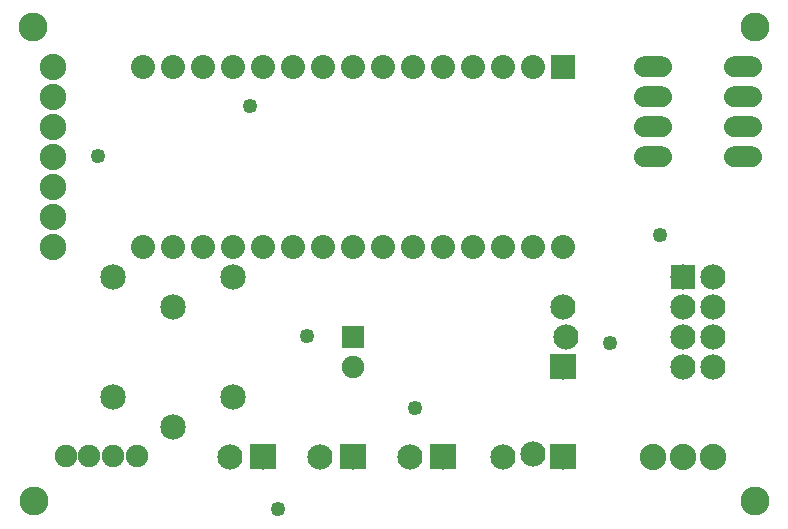
<source format=gbs>
G04 MADE WITH FRITZING*
G04 WWW.FRITZING.ORG*
G04 DOUBLE SIDED*
G04 HOLES PLATED*
G04 CONTOUR ON CENTER OF CONTOUR VECTOR*
%ASAXBY*%
%FSLAX23Y23*%
%MOIN*%
%OFA0B0*%
%SFA1.0B1.0*%
%ADD10C,0.096614*%
%ADD11C,0.085000*%
%ADD12C,0.049370*%
%ADD13C,0.084000*%
%ADD14C,0.075000*%
%ADD15C,0.068189*%
%ADD16C,0.088000*%
%ADD17C,0.080000*%
%ADD18R,0.084000X0.084000*%
%ADD19R,0.080000X0.079972*%
%ADD20R,0.001000X0.001000*%
%LNMASK0*%
G90*
G70*
G54D10*
X74Y1658D03*
X76Y75D03*
X2479Y1658D03*
X2480Y75D03*
G54D11*
X740Y824D03*
X740Y424D03*
X540Y724D03*
X540Y324D03*
X340Y824D03*
X340Y424D03*
G54D12*
X291Y1226D03*
X1995Y602D03*
X795Y1394D03*
X2163Y962D03*
X987Y626D03*
X1347Y386D03*
X891Y50D03*
G54D13*
X2340Y824D03*
X2340Y724D03*
X2340Y624D03*
X2340Y524D03*
X2240Y824D03*
X2240Y724D03*
X2240Y624D03*
X2240Y524D03*
G54D14*
X182Y227D03*
X261Y227D03*
X340Y227D03*
X419Y227D03*
G54D15*
X2140Y1524D03*
X2140Y1424D03*
X2140Y1324D03*
X2140Y1224D03*
X2440Y1224D03*
X2440Y1324D03*
X2440Y1424D03*
X2440Y1524D03*
G54D13*
X1140Y224D03*
X1030Y224D03*
X840Y224D03*
X730Y224D03*
X1440Y224D03*
X1330Y224D03*
G54D16*
X2340Y224D03*
X2240Y224D03*
X2140Y224D03*
G54D13*
X1840Y224D03*
X1740Y234D03*
X1640Y224D03*
G54D14*
X1140Y524D03*
X1140Y624D03*
G54D13*
X1840Y524D03*
X1850Y624D03*
X1840Y724D03*
G54D16*
X140Y1524D03*
X140Y1424D03*
X140Y1324D03*
X140Y1224D03*
X140Y1124D03*
X140Y1024D03*
X140Y924D03*
G54D17*
X1840Y1524D03*
X1740Y1524D03*
X1640Y1524D03*
X1540Y1524D03*
X1440Y1524D03*
X1340Y1524D03*
X1240Y1524D03*
X1140Y1524D03*
X1040Y1524D03*
X940Y1524D03*
X840Y1524D03*
X740Y1524D03*
X640Y1524D03*
X540Y1524D03*
X440Y1524D03*
X1840Y924D03*
X1740Y924D03*
X1640Y924D03*
X1540Y924D03*
X1440Y924D03*
X1340Y924D03*
X1240Y924D03*
X1140Y924D03*
X1040Y924D03*
X940Y924D03*
X840Y924D03*
X740Y924D03*
X640Y924D03*
X540Y924D03*
X440Y924D03*
G54D18*
X2240Y824D03*
G54D19*
X1840Y1524D03*
G54D20*
X2107Y1558D02*
X2172Y1558D01*
X2407Y1558D02*
X2472Y1558D01*
X2102Y1557D02*
X2177Y1557D01*
X2402Y1557D02*
X2477Y1557D01*
X2099Y1556D02*
X2180Y1556D01*
X2399Y1556D02*
X2480Y1556D01*
X2097Y1555D02*
X2182Y1555D01*
X2397Y1555D02*
X2482Y1555D01*
X2095Y1554D02*
X2184Y1554D01*
X2395Y1554D02*
X2484Y1554D01*
X2093Y1553D02*
X2186Y1553D01*
X2393Y1553D02*
X2486Y1553D01*
X2091Y1552D02*
X2188Y1552D01*
X2391Y1552D02*
X2488Y1552D01*
X2090Y1551D02*
X2189Y1551D01*
X2390Y1551D02*
X2489Y1551D01*
X2089Y1550D02*
X2190Y1550D01*
X2389Y1550D02*
X2490Y1550D01*
X2088Y1549D02*
X2191Y1549D01*
X2388Y1549D02*
X2491Y1549D01*
X2087Y1548D02*
X2192Y1548D01*
X2387Y1548D02*
X2492Y1548D01*
X2086Y1547D02*
X2193Y1547D01*
X2386Y1547D02*
X2493Y1547D01*
X2085Y1546D02*
X2194Y1546D01*
X2385Y1546D02*
X2494Y1546D01*
X2084Y1545D02*
X2195Y1545D01*
X2384Y1545D02*
X2495Y1545D01*
X2083Y1544D02*
X2196Y1544D01*
X2383Y1544D02*
X2496Y1544D01*
X2083Y1543D02*
X2196Y1543D01*
X2383Y1543D02*
X2496Y1543D01*
X2082Y1542D02*
X2197Y1542D01*
X2382Y1542D02*
X2497Y1542D01*
X2081Y1541D02*
X2198Y1541D01*
X2381Y1541D02*
X2498Y1541D01*
X2081Y1540D02*
X2198Y1540D01*
X2381Y1540D02*
X2498Y1540D01*
X2080Y1539D02*
X2199Y1539D01*
X2380Y1539D02*
X2499Y1539D01*
X2080Y1538D02*
X2136Y1538D01*
X2143Y1538D02*
X2199Y1538D01*
X2380Y1538D02*
X2436Y1538D01*
X2443Y1538D02*
X2499Y1538D01*
X2080Y1537D02*
X2133Y1537D01*
X2146Y1537D02*
X2200Y1537D01*
X2380Y1537D02*
X2433Y1537D01*
X2446Y1537D02*
X2500Y1537D01*
X2079Y1536D02*
X2131Y1536D01*
X2148Y1536D02*
X2200Y1536D01*
X2379Y1536D02*
X2431Y1536D01*
X2448Y1536D02*
X2500Y1536D01*
X2079Y1535D02*
X2130Y1535D01*
X2149Y1535D02*
X2200Y1535D01*
X2379Y1535D02*
X2430Y1535D01*
X2449Y1535D02*
X2500Y1535D01*
X2078Y1534D02*
X2129Y1534D01*
X2150Y1534D02*
X2201Y1534D01*
X2378Y1534D02*
X2429Y1534D01*
X2450Y1534D02*
X2501Y1534D01*
X2078Y1533D02*
X2128Y1533D01*
X2151Y1533D02*
X2201Y1533D01*
X2378Y1533D02*
X2428Y1533D01*
X2451Y1533D02*
X2501Y1533D01*
X2078Y1532D02*
X2127Y1532D01*
X2152Y1532D02*
X2201Y1532D01*
X2378Y1532D02*
X2427Y1532D01*
X2452Y1532D02*
X2501Y1532D01*
X2078Y1531D02*
X2127Y1531D01*
X2152Y1531D02*
X2202Y1531D01*
X2378Y1531D02*
X2427Y1531D01*
X2452Y1531D02*
X2501Y1531D01*
X2077Y1530D02*
X2126Y1530D01*
X2153Y1530D02*
X2202Y1530D01*
X2377Y1530D02*
X2426Y1530D01*
X2453Y1530D02*
X2502Y1530D01*
X2077Y1529D02*
X2126Y1529D01*
X2153Y1529D02*
X2202Y1529D01*
X2377Y1529D02*
X2426Y1529D01*
X2453Y1529D02*
X2502Y1529D01*
X2077Y1528D02*
X2126Y1528D01*
X2154Y1528D02*
X2202Y1528D01*
X2377Y1528D02*
X2425Y1528D01*
X2454Y1528D02*
X2502Y1528D01*
X2077Y1527D02*
X2125Y1527D01*
X2154Y1527D02*
X2202Y1527D01*
X2377Y1527D02*
X2425Y1527D01*
X2454Y1527D02*
X2502Y1527D01*
X2077Y1526D02*
X2125Y1526D01*
X2154Y1526D02*
X2202Y1526D01*
X2377Y1526D02*
X2425Y1526D01*
X2454Y1526D02*
X2502Y1526D01*
X2077Y1525D02*
X2125Y1525D01*
X2154Y1525D02*
X2202Y1525D01*
X2377Y1525D02*
X2425Y1525D01*
X2454Y1525D02*
X2502Y1525D01*
X2077Y1524D02*
X2125Y1524D01*
X2154Y1524D02*
X2202Y1524D01*
X2377Y1524D02*
X2425Y1524D01*
X2454Y1524D02*
X2502Y1524D01*
X2077Y1523D02*
X2125Y1523D01*
X2154Y1523D02*
X2202Y1523D01*
X2377Y1523D02*
X2425Y1523D01*
X2454Y1523D02*
X2502Y1523D01*
X2077Y1522D02*
X2125Y1522D01*
X2154Y1522D02*
X2202Y1522D01*
X2377Y1522D02*
X2425Y1522D01*
X2454Y1522D02*
X2502Y1522D01*
X2077Y1521D02*
X2125Y1521D01*
X2154Y1521D02*
X2202Y1521D01*
X2377Y1521D02*
X2425Y1521D01*
X2454Y1521D02*
X2502Y1521D01*
X2077Y1520D02*
X2126Y1520D01*
X2154Y1520D02*
X2202Y1520D01*
X2377Y1520D02*
X2426Y1520D01*
X2454Y1520D02*
X2502Y1520D01*
X2077Y1519D02*
X2126Y1519D01*
X2153Y1519D02*
X2202Y1519D01*
X2377Y1519D02*
X2426Y1519D01*
X2453Y1519D02*
X2502Y1519D01*
X2078Y1518D02*
X2126Y1518D01*
X2153Y1518D02*
X2202Y1518D01*
X2378Y1518D02*
X2426Y1518D01*
X2453Y1518D02*
X2502Y1518D01*
X2078Y1517D02*
X2127Y1517D01*
X2152Y1517D02*
X2201Y1517D01*
X2378Y1517D02*
X2427Y1517D01*
X2452Y1517D02*
X2501Y1517D01*
X2078Y1516D02*
X2128Y1516D01*
X2152Y1516D02*
X2201Y1516D01*
X2378Y1516D02*
X2428Y1516D01*
X2452Y1516D02*
X2501Y1516D01*
X2078Y1515D02*
X2128Y1515D01*
X2151Y1515D02*
X2201Y1515D01*
X2378Y1515D02*
X2428Y1515D01*
X2451Y1515D02*
X2501Y1515D01*
X2079Y1514D02*
X2129Y1514D01*
X2150Y1514D02*
X2201Y1514D01*
X2379Y1514D02*
X2429Y1514D01*
X2450Y1514D02*
X2501Y1514D01*
X2079Y1513D02*
X2131Y1513D01*
X2149Y1513D02*
X2200Y1513D01*
X2379Y1513D02*
X2430Y1513D01*
X2449Y1513D02*
X2500Y1513D01*
X2079Y1512D02*
X2132Y1512D01*
X2147Y1512D02*
X2200Y1512D01*
X2379Y1512D02*
X2432Y1512D01*
X2447Y1512D02*
X2500Y1512D01*
X2080Y1511D02*
X2134Y1511D01*
X2145Y1511D02*
X2200Y1511D01*
X2380Y1511D02*
X2434Y1511D01*
X2445Y1511D02*
X2500Y1511D01*
X2080Y1510D02*
X2199Y1510D01*
X2380Y1510D02*
X2499Y1510D01*
X2081Y1509D02*
X2199Y1509D01*
X2381Y1509D02*
X2499Y1509D01*
X2081Y1508D02*
X2198Y1508D01*
X2381Y1508D02*
X2498Y1508D01*
X2082Y1507D02*
X2198Y1507D01*
X2382Y1507D02*
X2498Y1507D01*
X2082Y1506D02*
X2197Y1506D01*
X2382Y1506D02*
X2497Y1506D01*
X2083Y1505D02*
X2196Y1505D01*
X2383Y1505D02*
X2496Y1505D01*
X2084Y1504D02*
X2196Y1504D01*
X2384Y1504D02*
X2496Y1504D01*
X2084Y1503D02*
X2195Y1503D01*
X2384Y1503D02*
X2495Y1503D01*
X2085Y1502D02*
X2194Y1502D01*
X2385Y1502D02*
X2494Y1502D01*
X2086Y1501D02*
X2193Y1501D01*
X2386Y1501D02*
X2493Y1501D01*
X2087Y1500D02*
X2192Y1500D01*
X2387Y1500D02*
X2492Y1500D01*
X2088Y1499D02*
X2191Y1499D01*
X2388Y1499D02*
X2491Y1499D01*
X2089Y1498D02*
X2190Y1498D01*
X2389Y1498D02*
X2490Y1498D01*
X2090Y1497D02*
X2189Y1497D01*
X2390Y1497D02*
X2489Y1497D01*
X2092Y1496D02*
X2187Y1496D01*
X2392Y1496D02*
X2487Y1496D01*
X2094Y1495D02*
X2186Y1495D01*
X2393Y1495D02*
X2486Y1495D01*
X2095Y1494D02*
X2184Y1494D01*
X2395Y1494D02*
X2484Y1494D01*
X2097Y1493D02*
X2182Y1493D01*
X2397Y1493D02*
X2482Y1493D01*
X2100Y1492D02*
X2179Y1492D01*
X2400Y1492D02*
X2479Y1492D01*
X2103Y1491D02*
X2176Y1491D01*
X2403Y1491D02*
X2476Y1491D01*
X2107Y1458D02*
X2172Y1458D01*
X2407Y1458D02*
X2472Y1458D01*
X2102Y1457D02*
X2177Y1457D01*
X2402Y1457D02*
X2477Y1457D01*
X2099Y1456D02*
X2180Y1456D01*
X2399Y1456D02*
X2480Y1456D01*
X2097Y1455D02*
X2182Y1455D01*
X2397Y1455D02*
X2482Y1455D01*
X2095Y1454D02*
X2184Y1454D01*
X2395Y1454D02*
X2484Y1454D01*
X2093Y1453D02*
X2186Y1453D01*
X2393Y1453D02*
X2486Y1453D01*
X2091Y1452D02*
X2188Y1452D01*
X2391Y1452D02*
X2488Y1452D01*
X2090Y1451D02*
X2189Y1451D01*
X2390Y1451D02*
X2489Y1451D01*
X2089Y1450D02*
X2190Y1450D01*
X2389Y1450D02*
X2490Y1450D01*
X2088Y1449D02*
X2191Y1449D01*
X2388Y1449D02*
X2491Y1449D01*
X2087Y1448D02*
X2193Y1448D01*
X2387Y1448D02*
X2493Y1448D01*
X2086Y1447D02*
X2193Y1447D01*
X2386Y1447D02*
X2493Y1447D01*
X2085Y1446D02*
X2194Y1446D01*
X2385Y1446D02*
X2494Y1446D01*
X2084Y1445D02*
X2195Y1445D01*
X2384Y1445D02*
X2495Y1445D01*
X2083Y1444D02*
X2196Y1444D01*
X2383Y1444D02*
X2496Y1444D01*
X2083Y1443D02*
X2197Y1443D01*
X2383Y1443D02*
X2497Y1443D01*
X2082Y1442D02*
X2197Y1442D01*
X2382Y1442D02*
X2497Y1442D01*
X2081Y1441D02*
X2198Y1441D01*
X2381Y1441D02*
X2498Y1441D01*
X2081Y1440D02*
X2198Y1440D01*
X2381Y1440D02*
X2498Y1440D01*
X2080Y1439D02*
X2199Y1439D01*
X2380Y1439D02*
X2499Y1439D01*
X2080Y1438D02*
X2136Y1438D01*
X2143Y1438D02*
X2199Y1438D01*
X2380Y1438D02*
X2436Y1438D01*
X2443Y1438D02*
X2499Y1438D01*
X2079Y1437D02*
X2133Y1437D01*
X2146Y1437D02*
X2200Y1437D01*
X2379Y1437D02*
X2433Y1437D01*
X2446Y1437D02*
X2500Y1437D01*
X2079Y1436D02*
X2131Y1436D01*
X2148Y1436D02*
X2200Y1436D01*
X2379Y1436D02*
X2431Y1436D01*
X2448Y1436D02*
X2500Y1436D01*
X2079Y1435D02*
X2130Y1435D01*
X2149Y1435D02*
X2200Y1435D01*
X2379Y1435D02*
X2430Y1435D01*
X2449Y1435D02*
X2500Y1435D01*
X2078Y1434D02*
X2129Y1434D01*
X2150Y1434D02*
X2201Y1434D01*
X2378Y1434D02*
X2429Y1434D01*
X2450Y1434D02*
X2501Y1434D01*
X2078Y1433D02*
X2128Y1433D01*
X2151Y1433D02*
X2201Y1433D01*
X2378Y1433D02*
X2428Y1433D01*
X2451Y1433D02*
X2501Y1433D01*
X2078Y1432D02*
X2127Y1432D01*
X2152Y1432D02*
X2201Y1432D01*
X2378Y1432D02*
X2427Y1432D01*
X2452Y1432D02*
X2501Y1432D01*
X2078Y1431D02*
X2127Y1431D01*
X2152Y1431D02*
X2202Y1431D01*
X2378Y1431D02*
X2427Y1431D01*
X2452Y1431D02*
X2501Y1431D01*
X2077Y1430D02*
X2126Y1430D01*
X2153Y1430D02*
X2202Y1430D01*
X2377Y1430D02*
X2426Y1430D01*
X2453Y1430D02*
X2502Y1430D01*
X2077Y1429D02*
X2126Y1429D01*
X2153Y1429D02*
X2202Y1429D01*
X2377Y1429D02*
X2426Y1429D01*
X2453Y1429D02*
X2502Y1429D01*
X2077Y1428D02*
X2125Y1428D01*
X2154Y1428D02*
X2202Y1428D01*
X2377Y1428D02*
X2425Y1428D01*
X2454Y1428D02*
X2502Y1428D01*
X2077Y1427D02*
X2125Y1427D01*
X2154Y1427D02*
X2202Y1427D01*
X2377Y1427D02*
X2425Y1427D01*
X2454Y1427D02*
X2502Y1427D01*
X2077Y1426D02*
X2125Y1426D01*
X2154Y1426D02*
X2202Y1426D01*
X2377Y1426D02*
X2425Y1426D01*
X2454Y1426D02*
X2502Y1426D01*
X2077Y1425D02*
X2125Y1425D01*
X2154Y1425D02*
X2202Y1425D01*
X2377Y1425D02*
X2425Y1425D01*
X2454Y1425D02*
X2502Y1425D01*
X2077Y1424D02*
X2125Y1424D01*
X2154Y1424D02*
X2202Y1424D01*
X2377Y1424D02*
X2425Y1424D01*
X2454Y1424D02*
X2502Y1424D01*
X2077Y1423D02*
X2125Y1423D01*
X2154Y1423D02*
X2202Y1423D01*
X2377Y1423D02*
X2425Y1423D01*
X2454Y1423D02*
X2502Y1423D01*
X2077Y1422D02*
X2125Y1422D01*
X2154Y1422D02*
X2202Y1422D01*
X2377Y1422D02*
X2425Y1422D01*
X2454Y1422D02*
X2502Y1422D01*
X2077Y1421D02*
X2125Y1421D01*
X2154Y1421D02*
X2202Y1421D01*
X2377Y1421D02*
X2425Y1421D01*
X2454Y1421D02*
X2502Y1421D01*
X2077Y1420D02*
X2126Y1420D01*
X2154Y1420D02*
X2202Y1420D01*
X2377Y1420D02*
X2426Y1420D01*
X2454Y1420D02*
X2502Y1420D01*
X2077Y1419D02*
X2126Y1419D01*
X2153Y1419D02*
X2202Y1419D01*
X2377Y1419D02*
X2426Y1419D01*
X2453Y1419D02*
X2502Y1419D01*
X2078Y1418D02*
X2126Y1418D01*
X2153Y1418D02*
X2202Y1418D01*
X2378Y1418D02*
X2426Y1418D01*
X2453Y1418D02*
X2502Y1418D01*
X2078Y1417D02*
X2127Y1417D01*
X2152Y1417D02*
X2201Y1417D01*
X2378Y1417D02*
X2427Y1417D01*
X2452Y1417D02*
X2501Y1417D01*
X2078Y1416D02*
X2128Y1416D01*
X2152Y1416D02*
X2201Y1416D01*
X2378Y1416D02*
X2428Y1416D01*
X2452Y1416D02*
X2501Y1416D01*
X2078Y1415D02*
X2128Y1415D01*
X2151Y1415D02*
X2201Y1415D01*
X2378Y1415D02*
X2428Y1415D01*
X2451Y1415D02*
X2501Y1415D01*
X2079Y1414D02*
X2129Y1414D01*
X2150Y1414D02*
X2201Y1414D01*
X2379Y1414D02*
X2429Y1414D01*
X2450Y1414D02*
X2501Y1414D01*
X2079Y1413D02*
X2131Y1413D01*
X2149Y1413D02*
X2200Y1413D01*
X2379Y1413D02*
X2431Y1413D01*
X2449Y1413D02*
X2500Y1413D01*
X2079Y1412D02*
X2132Y1412D01*
X2147Y1412D02*
X2200Y1412D01*
X2379Y1412D02*
X2432Y1412D01*
X2447Y1412D02*
X2500Y1412D01*
X2080Y1411D02*
X2134Y1411D01*
X2145Y1411D02*
X2200Y1411D01*
X2380Y1411D02*
X2434Y1411D01*
X2445Y1411D02*
X2500Y1411D01*
X2080Y1410D02*
X2199Y1410D01*
X2380Y1410D02*
X2499Y1410D01*
X2081Y1409D02*
X2199Y1409D01*
X2381Y1409D02*
X2499Y1409D01*
X2081Y1408D02*
X2198Y1408D01*
X2381Y1408D02*
X2498Y1408D01*
X2082Y1407D02*
X2197Y1407D01*
X2382Y1407D02*
X2497Y1407D01*
X2082Y1406D02*
X2197Y1406D01*
X2382Y1406D02*
X2497Y1406D01*
X2083Y1405D02*
X2196Y1405D01*
X2383Y1405D02*
X2496Y1405D01*
X2084Y1404D02*
X2196Y1404D01*
X2384Y1404D02*
X2496Y1404D01*
X2084Y1403D02*
X2195Y1403D01*
X2384Y1403D02*
X2495Y1403D01*
X2085Y1402D02*
X2194Y1402D01*
X2385Y1402D02*
X2494Y1402D01*
X2086Y1401D02*
X2193Y1401D01*
X2386Y1401D02*
X2493Y1401D01*
X2087Y1400D02*
X2192Y1400D01*
X2387Y1400D02*
X2492Y1400D01*
X2088Y1399D02*
X2191Y1399D01*
X2388Y1399D02*
X2491Y1399D01*
X2089Y1398D02*
X2190Y1398D01*
X2389Y1398D02*
X2490Y1398D01*
X2090Y1397D02*
X2189Y1397D01*
X2390Y1397D02*
X2489Y1397D01*
X2092Y1396D02*
X2187Y1396D01*
X2392Y1396D02*
X2487Y1396D01*
X2094Y1395D02*
X2186Y1395D01*
X2394Y1395D02*
X2486Y1395D01*
X2095Y1394D02*
X2184Y1394D01*
X2395Y1394D02*
X2484Y1394D01*
X2097Y1393D02*
X2182Y1393D01*
X2397Y1393D02*
X2482Y1393D01*
X2100Y1392D02*
X2179Y1392D01*
X2400Y1392D02*
X2479Y1392D01*
X2103Y1391D02*
X2176Y1391D01*
X2403Y1391D02*
X2476Y1391D01*
X2107Y1358D02*
X2172Y1358D01*
X2407Y1358D02*
X2472Y1358D01*
X2102Y1357D02*
X2177Y1357D01*
X2402Y1357D02*
X2477Y1357D01*
X2099Y1356D02*
X2180Y1356D01*
X2399Y1356D02*
X2480Y1356D01*
X2097Y1355D02*
X2182Y1355D01*
X2397Y1355D02*
X2482Y1355D01*
X2095Y1354D02*
X2185Y1354D01*
X2395Y1354D02*
X2485Y1354D01*
X2093Y1353D02*
X2186Y1353D01*
X2393Y1353D02*
X2486Y1353D01*
X2091Y1352D02*
X2188Y1352D01*
X2391Y1352D02*
X2488Y1352D01*
X2090Y1351D02*
X2189Y1351D01*
X2390Y1351D02*
X2489Y1351D01*
X2089Y1350D02*
X2190Y1350D01*
X2389Y1350D02*
X2490Y1350D01*
X2088Y1349D02*
X2191Y1349D01*
X2388Y1349D02*
X2491Y1349D01*
X2087Y1348D02*
X2193Y1348D01*
X2387Y1348D02*
X2493Y1348D01*
X2086Y1347D02*
X2193Y1347D01*
X2386Y1347D02*
X2493Y1347D01*
X2085Y1346D02*
X2194Y1346D01*
X2385Y1346D02*
X2494Y1346D01*
X2084Y1345D02*
X2195Y1345D01*
X2384Y1345D02*
X2495Y1345D01*
X2083Y1344D02*
X2196Y1344D01*
X2383Y1344D02*
X2496Y1344D01*
X2083Y1343D02*
X2197Y1343D01*
X2383Y1343D02*
X2497Y1343D01*
X2082Y1342D02*
X2197Y1342D01*
X2382Y1342D02*
X2497Y1342D01*
X2081Y1341D02*
X2198Y1341D01*
X2381Y1341D02*
X2498Y1341D01*
X2081Y1340D02*
X2198Y1340D01*
X2381Y1340D02*
X2498Y1340D01*
X2080Y1339D02*
X2199Y1339D01*
X2380Y1339D02*
X2499Y1339D01*
X2080Y1338D02*
X2136Y1338D01*
X2143Y1338D02*
X2199Y1338D01*
X2380Y1338D02*
X2436Y1338D01*
X2443Y1338D02*
X2499Y1338D01*
X2079Y1337D02*
X2133Y1337D01*
X2146Y1337D02*
X2200Y1337D01*
X2379Y1337D02*
X2433Y1337D01*
X2446Y1337D02*
X2500Y1337D01*
X2079Y1336D02*
X2131Y1336D01*
X2148Y1336D02*
X2200Y1336D01*
X2379Y1336D02*
X2431Y1336D01*
X2448Y1336D02*
X2500Y1336D01*
X2079Y1335D02*
X2130Y1335D01*
X2149Y1335D02*
X2200Y1335D01*
X2379Y1335D02*
X2430Y1335D01*
X2449Y1335D02*
X2500Y1335D01*
X2078Y1334D02*
X2129Y1334D01*
X2150Y1334D02*
X2201Y1334D01*
X2378Y1334D02*
X2429Y1334D01*
X2450Y1334D02*
X2501Y1334D01*
X2078Y1333D02*
X2128Y1333D01*
X2151Y1333D02*
X2201Y1333D01*
X2378Y1333D02*
X2428Y1333D01*
X2451Y1333D02*
X2501Y1333D01*
X2078Y1332D02*
X2127Y1332D01*
X2152Y1332D02*
X2201Y1332D01*
X2378Y1332D02*
X2427Y1332D01*
X2452Y1332D02*
X2501Y1332D01*
X2078Y1331D02*
X2127Y1331D01*
X2152Y1331D02*
X2202Y1331D01*
X2378Y1331D02*
X2427Y1331D01*
X2452Y1331D02*
X2501Y1331D01*
X2077Y1330D02*
X2126Y1330D01*
X2153Y1330D02*
X2202Y1330D01*
X2377Y1330D02*
X2426Y1330D01*
X2453Y1330D02*
X2502Y1330D01*
X2077Y1329D02*
X2126Y1329D01*
X2153Y1329D02*
X2202Y1329D01*
X2377Y1329D02*
X2426Y1329D01*
X2453Y1329D02*
X2502Y1329D01*
X2077Y1328D02*
X2125Y1328D01*
X2154Y1328D02*
X2202Y1328D01*
X2377Y1328D02*
X2425Y1328D01*
X2454Y1328D02*
X2502Y1328D01*
X2077Y1327D02*
X2125Y1327D01*
X2154Y1327D02*
X2202Y1327D01*
X2377Y1327D02*
X2425Y1327D01*
X2454Y1327D02*
X2502Y1327D01*
X2077Y1326D02*
X2125Y1326D01*
X2154Y1326D02*
X2202Y1326D01*
X2377Y1326D02*
X2425Y1326D01*
X2454Y1326D02*
X2502Y1326D01*
X2077Y1325D02*
X2125Y1325D01*
X2154Y1325D02*
X2202Y1325D01*
X2377Y1325D02*
X2425Y1325D01*
X2454Y1325D02*
X2502Y1325D01*
X2077Y1324D02*
X2125Y1324D01*
X2154Y1324D02*
X2202Y1324D01*
X2377Y1324D02*
X2425Y1324D01*
X2454Y1324D02*
X2502Y1324D01*
X2077Y1323D02*
X2125Y1323D01*
X2154Y1323D02*
X2202Y1323D01*
X2377Y1323D02*
X2425Y1323D01*
X2454Y1323D02*
X2502Y1323D01*
X2077Y1322D02*
X2125Y1322D01*
X2154Y1322D02*
X2202Y1322D01*
X2377Y1322D02*
X2425Y1322D01*
X2454Y1322D02*
X2502Y1322D01*
X2077Y1321D02*
X2125Y1321D01*
X2154Y1321D02*
X2202Y1321D01*
X2377Y1321D02*
X2425Y1321D01*
X2454Y1321D02*
X2502Y1321D01*
X2077Y1320D02*
X2126Y1320D01*
X2154Y1320D02*
X2202Y1320D01*
X2377Y1320D02*
X2426Y1320D01*
X2454Y1320D02*
X2502Y1320D01*
X2077Y1319D02*
X2126Y1319D01*
X2153Y1319D02*
X2202Y1319D01*
X2377Y1319D02*
X2426Y1319D01*
X2453Y1319D02*
X2502Y1319D01*
X2078Y1318D02*
X2126Y1318D01*
X2153Y1318D02*
X2202Y1318D01*
X2378Y1318D02*
X2426Y1318D01*
X2453Y1318D02*
X2502Y1318D01*
X2078Y1317D02*
X2127Y1317D01*
X2152Y1317D02*
X2201Y1317D01*
X2378Y1317D02*
X2427Y1317D01*
X2452Y1317D02*
X2501Y1317D01*
X2078Y1316D02*
X2128Y1316D01*
X2152Y1316D02*
X2201Y1316D01*
X2378Y1316D02*
X2428Y1316D01*
X2452Y1316D02*
X2501Y1316D01*
X2078Y1315D02*
X2128Y1315D01*
X2151Y1315D02*
X2201Y1315D01*
X2378Y1315D02*
X2428Y1315D01*
X2451Y1315D02*
X2501Y1315D01*
X2079Y1314D02*
X2129Y1314D01*
X2150Y1314D02*
X2201Y1314D01*
X2379Y1314D02*
X2429Y1314D01*
X2450Y1314D02*
X2501Y1314D01*
X2079Y1313D02*
X2131Y1313D01*
X2149Y1313D02*
X2200Y1313D01*
X2379Y1313D02*
X2431Y1313D01*
X2449Y1313D02*
X2500Y1313D01*
X2079Y1312D02*
X2132Y1312D01*
X2147Y1312D02*
X2200Y1312D01*
X2379Y1312D02*
X2432Y1312D01*
X2447Y1312D02*
X2500Y1312D01*
X2080Y1311D02*
X2134Y1311D01*
X2145Y1311D02*
X2199Y1311D01*
X2380Y1311D02*
X2434Y1311D01*
X2445Y1311D02*
X2499Y1311D01*
X2080Y1310D02*
X2199Y1310D01*
X2380Y1310D02*
X2499Y1310D01*
X2081Y1309D02*
X2199Y1309D01*
X2381Y1309D02*
X2499Y1309D01*
X2081Y1308D02*
X2198Y1308D01*
X2381Y1308D02*
X2498Y1308D01*
X2082Y1307D02*
X2197Y1307D01*
X2382Y1307D02*
X2497Y1307D01*
X2082Y1306D02*
X2197Y1306D01*
X2382Y1306D02*
X2497Y1306D01*
X2083Y1305D02*
X2196Y1305D01*
X2383Y1305D02*
X2496Y1305D01*
X2084Y1304D02*
X2196Y1304D01*
X2384Y1304D02*
X2496Y1304D01*
X2084Y1303D02*
X2195Y1303D01*
X2384Y1303D02*
X2495Y1303D01*
X2085Y1302D02*
X2194Y1302D01*
X2385Y1302D02*
X2494Y1302D01*
X2086Y1301D02*
X2193Y1301D01*
X2386Y1301D02*
X2493Y1301D01*
X2087Y1300D02*
X2192Y1300D01*
X2387Y1300D02*
X2492Y1300D01*
X2088Y1299D02*
X2191Y1299D01*
X2388Y1299D02*
X2491Y1299D01*
X2089Y1298D02*
X2190Y1298D01*
X2389Y1298D02*
X2490Y1298D01*
X2091Y1297D02*
X2189Y1297D01*
X2391Y1297D02*
X2489Y1297D01*
X2092Y1296D02*
X2187Y1296D01*
X2392Y1296D02*
X2487Y1296D01*
X2094Y1295D02*
X2186Y1295D01*
X2394Y1295D02*
X2486Y1295D01*
X2095Y1294D02*
X2184Y1294D01*
X2395Y1294D02*
X2484Y1294D01*
X2097Y1293D02*
X2182Y1293D01*
X2397Y1293D02*
X2482Y1293D01*
X2100Y1292D02*
X2179Y1292D01*
X2400Y1292D02*
X2479Y1292D01*
X2104Y1291D02*
X2176Y1291D01*
X2404Y1291D02*
X2476Y1291D01*
X2107Y1258D02*
X2172Y1258D01*
X2407Y1258D02*
X2472Y1258D01*
X2102Y1257D02*
X2177Y1257D01*
X2402Y1257D02*
X2477Y1257D01*
X2099Y1256D02*
X2180Y1256D01*
X2399Y1256D02*
X2480Y1256D01*
X2097Y1255D02*
X2182Y1255D01*
X2397Y1255D02*
X2482Y1255D01*
X2095Y1254D02*
X2185Y1254D01*
X2395Y1254D02*
X2485Y1254D01*
X2093Y1253D02*
X2186Y1253D01*
X2393Y1253D02*
X2486Y1253D01*
X2091Y1252D02*
X2188Y1252D01*
X2391Y1252D02*
X2488Y1252D01*
X2090Y1251D02*
X2189Y1251D01*
X2390Y1251D02*
X2489Y1251D01*
X2089Y1250D02*
X2190Y1250D01*
X2389Y1250D02*
X2490Y1250D01*
X2088Y1249D02*
X2192Y1249D01*
X2388Y1249D02*
X2492Y1249D01*
X2087Y1248D02*
X2193Y1248D01*
X2387Y1248D02*
X2493Y1248D01*
X2086Y1247D02*
X2193Y1247D01*
X2386Y1247D02*
X2493Y1247D01*
X2085Y1246D02*
X2194Y1246D01*
X2385Y1246D02*
X2494Y1246D01*
X2084Y1245D02*
X2195Y1245D01*
X2384Y1245D02*
X2495Y1245D01*
X2083Y1244D02*
X2196Y1244D01*
X2383Y1244D02*
X2496Y1244D01*
X2083Y1243D02*
X2197Y1243D01*
X2383Y1243D02*
X2497Y1243D01*
X2082Y1242D02*
X2197Y1242D01*
X2382Y1242D02*
X2497Y1242D01*
X2081Y1241D02*
X2198Y1241D01*
X2381Y1241D02*
X2498Y1241D01*
X2081Y1240D02*
X2198Y1240D01*
X2381Y1240D02*
X2498Y1240D01*
X2080Y1239D02*
X2199Y1239D01*
X2380Y1239D02*
X2499Y1239D01*
X2080Y1238D02*
X2136Y1238D01*
X2143Y1238D02*
X2199Y1238D01*
X2380Y1238D02*
X2436Y1238D01*
X2443Y1238D02*
X2499Y1238D01*
X2079Y1237D02*
X2133Y1237D01*
X2146Y1237D02*
X2200Y1237D01*
X2379Y1237D02*
X2433Y1237D01*
X2446Y1237D02*
X2500Y1237D01*
X2079Y1236D02*
X2131Y1236D01*
X2148Y1236D02*
X2200Y1236D01*
X2379Y1236D02*
X2431Y1236D01*
X2448Y1236D02*
X2500Y1236D01*
X2079Y1235D02*
X2130Y1235D01*
X2149Y1235D02*
X2200Y1235D01*
X2379Y1235D02*
X2430Y1235D01*
X2449Y1235D02*
X2500Y1235D01*
X2078Y1234D02*
X2129Y1234D01*
X2150Y1234D02*
X2201Y1234D01*
X2378Y1234D02*
X2429Y1234D01*
X2450Y1234D02*
X2501Y1234D01*
X2078Y1233D02*
X2128Y1233D01*
X2151Y1233D02*
X2201Y1233D01*
X2378Y1233D02*
X2428Y1233D01*
X2451Y1233D02*
X2501Y1233D01*
X2078Y1232D02*
X2127Y1232D01*
X2152Y1232D02*
X2201Y1232D01*
X2378Y1232D02*
X2427Y1232D01*
X2452Y1232D02*
X2501Y1232D01*
X2078Y1231D02*
X2127Y1231D01*
X2152Y1231D02*
X2202Y1231D01*
X2378Y1231D02*
X2427Y1231D01*
X2452Y1231D02*
X2501Y1231D01*
X2077Y1230D02*
X2126Y1230D01*
X2153Y1230D02*
X2202Y1230D01*
X2377Y1230D02*
X2426Y1230D01*
X2453Y1230D02*
X2502Y1230D01*
X2077Y1229D02*
X2126Y1229D01*
X2153Y1229D02*
X2202Y1229D01*
X2377Y1229D02*
X2426Y1229D01*
X2453Y1229D02*
X2502Y1229D01*
X2077Y1228D02*
X2125Y1228D01*
X2154Y1228D02*
X2202Y1228D01*
X2377Y1228D02*
X2425Y1228D01*
X2454Y1228D02*
X2502Y1228D01*
X2077Y1227D02*
X2125Y1227D01*
X2154Y1227D02*
X2202Y1227D01*
X2377Y1227D02*
X2425Y1227D01*
X2454Y1227D02*
X2502Y1227D01*
X2077Y1226D02*
X2125Y1226D01*
X2154Y1226D02*
X2202Y1226D01*
X2377Y1226D02*
X2425Y1226D01*
X2454Y1226D02*
X2502Y1226D01*
X2077Y1225D02*
X2125Y1225D01*
X2154Y1225D02*
X2202Y1225D01*
X2377Y1225D02*
X2425Y1225D01*
X2454Y1225D02*
X2502Y1225D01*
X2077Y1224D02*
X2125Y1224D01*
X2154Y1224D02*
X2202Y1224D01*
X2377Y1224D02*
X2425Y1224D01*
X2454Y1224D02*
X2502Y1224D01*
X2077Y1223D02*
X2125Y1223D01*
X2154Y1223D02*
X2202Y1223D01*
X2377Y1223D02*
X2425Y1223D01*
X2454Y1223D02*
X2502Y1223D01*
X2077Y1222D02*
X2125Y1222D01*
X2154Y1222D02*
X2202Y1222D01*
X2377Y1222D02*
X2425Y1222D01*
X2454Y1222D02*
X2502Y1222D01*
X2077Y1221D02*
X2125Y1221D01*
X2154Y1221D02*
X2202Y1221D01*
X2377Y1221D02*
X2425Y1221D01*
X2454Y1221D02*
X2502Y1221D01*
X2077Y1220D02*
X2126Y1220D01*
X2154Y1220D02*
X2202Y1220D01*
X2377Y1220D02*
X2426Y1220D01*
X2454Y1220D02*
X2502Y1220D01*
X2077Y1219D02*
X2126Y1219D01*
X2153Y1219D02*
X2202Y1219D01*
X2377Y1219D02*
X2426Y1219D01*
X2453Y1219D02*
X2502Y1219D01*
X2078Y1218D02*
X2126Y1218D01*
X2153Y1218D02*
X2202Y1218D01*
X2378Y1218D02*
X2426Y1218D01*
X2453Y1218D02*
X2502Y1218D01*
X2078Y1217D02*
X2127Y1217D01*
X2152Y1217D02*
X2201Y1217D01*
X2378Y1217D02*
X2427Y1217D01*
X2452Y1217D02*
X2501Y1217D01*
X2078Y1216D02*
X2128Y1216D01*
X2152Y1216D02*
X2201Y1216D01*
X2378Y1216D02*
X2428Y1216D01*
X2452Y1216D02*
X2501Y1216D01*
X2078Y1215D02*
X2128Y1215D01*
X2151Y1215D02*
X2201Y1215D01*
X2378Y1215D02*
X2428Y1215D01*
X2451Y1215D02*
X2501Y1215D01*
X2079Y1214D02*
X2129Y1214D01*
X2150Y1214D02*
X2201Y1214D01*
X2379Y1214D02*
X2429Y1214D01*
X2450Y1214D02*
X2501Y1214D01*
X2079Y1213D02*
X2131Y1213D01*
X2149Y1213D02*
X2200Y1213D01*
X2379Y1213D02*
X2431Y1213D01*
X2449Y1213D02*
X2500Y1213D01*
X2079Y1212D02*
X2132Y1212D01*
X2147Y1212D02*
X2200Y1212D01*
X2379Y1212D02*
X2432Y1212D01*
X2447Y1212D02*
X2500Y1212D01*
X2080Y1211D02*
X2134Y1211D01*
X2145Y1211D02*
X2199Y1211D01*
X2380Y1211D02*
X2434Y1211D01*
X2445Y1211D02*
X2499Y1211D01*
X2080Y1210D02*
X2199Y1210D01*
X2380Y1210D02*
X2499Y1210D01*
X2081Y1209D02*
X2199Y1209D01*
X2381Y1209D02*
X2499Y1209D01*
X2081Y1208D02*
X2198Y1208D01*
X2381Y1208D02*
X2498Y1208D01*
X2082Y1207D02*
X2197Y1207D01*
X2382Y1207D02*
X2497Y1207D01*
X2082Y1206D02*
X2197Y1206D01*
X2382Y1206D02*
X2497Y1206D01*
X2083Y1205D02*
X2196Y1205D01*
X2383Y1205D02*
X2496Y1205D01*
X2084Y1204D02*
X2196Y1204D01*
X2384Y1204D02*
X2496Y1204D01*
X2084Y1203D02*
X2195Y1203D01*
X2384Y1203D02*
X2495Y1203D01*
X2085Y1202D02*
X2194Y1202D01*
X2385Y1202D02*
X2494Y1202D01*
X2086Y1201D02*
X2193Y1201D01*
X2386Y1201D02*
X2493Y1201D01*
X2087Y1200D02*
X2192Y1200D01*
X2387Y1200D02*
X2492Y1200D01*
X2088Y1199D02*
X2191Y1199D01*
X2388Y1199D02*
X2491Y1199D01*
X2089Y1198D02*
X2190Y1198D01*
X2389Y1198D02*
X2490Y1198D01*
X2091Y1197D02*
X2189Y1197D01*
X2391Y1197D02*
X2489Y1197D01*
X2092Y1196D02*
X2187Y1196D01*
X2392Y1196D02*
X2487Y1196D01*
X2094Y1195D02*
X2186Y1195D01*
X2394Y1195D02*
X2486Y1195D01*
X2095Y1194D02*
X2184Y1194D01*
X2395Y1194D02*
X2484Y1194D01*
X2098Y1193D02*
X2182Y1193D01*
X2397Y1193D02*
X2482Y1193D01*
X2100Y1192D02*
X2179Y1192D01*
X2400Y1192D02*
X2479Y1192D01*
X2104Y1191D02*
X2176Y1191D01*
X2404Y1191D02*
X2476Y1191D01*
X1103Y661D02*
X1177Y661D01*
X1103Y660D02*
X1177Y660D01*
X1103Y659D02*
X1177Y659D01*
X1103Y658D02*
X1177Y658D01*
X1103Y657D02*
X1177Y657D01*
X1103Y656D02*
X1177Y656D01*
X1103Y655D02*
X1177Y655D01*
X1103Y654D02*
X1177Y654D01*
X1103Y653D02*
X1177Y653D01*
X1103Y652D02*
X1177Y652D01*
X1103Y651D02*
X1177Y651D01*
X1103Y650D02*
X1177Y650D01*
X1103Y649D02*
X1177Y649D01*
X1103Y648D02*
X1177Y648D01*
X1103Y647D02*
X1177Y647D01*
X1103Y646D02*
X1177Y646D01*
X1103Y645D02*
X1177Y645D01*
X1103Y644D02*
X1177Y644D01*
X1103Y643D02*
X1177Y643D01*
X1103Y642D02*
X1177Y642D01*
X1103Y641D02*
X1177Y641D01*
X1103Y640D02*
X1177Y640D01*
X1103Y639D02*
X1177Y639D01*
X1103Y638D02*
X1177Y638D01*
X1103Y637D02*
X1177Y637D01*
X1103Y636D02*
X1177Y636D01*
X1103Y635D02*
X1177Y635D01*
X1103Y634D02*
X1177Y634D01*
X1103Y633D02*
X1138Y633D01*
X1141Y633D02*
X1177Y633D01*
X1103Y632D02*
X1135Y632D01*
X1145Y632D02*
X1177Y632D01*
X1103Y631D02*
X1133Y631D01*
X1146Y631D02*
X1177Y631D01*
X1103Y630D02*
X1132Y630D01*
X1147Y630D02*
X1177Y630D01*
X1103Y629D02*
X1132Y629D01*
X1147Y629D02*
X1177Y629D01*
X1103Y628D02*
X1131Y628D01*
X1148Y628D02*
X1177Y628D01*
X1103Y627D02*
X1131Y627D01*
X1148Y627D02*
X1177Y627D01*
X1103Y626D02*
X1130Y626D01*
X1149Y626D02*
X1177Y626D01*
X1103Y625D02*
X1130Y625D01*
X1149Y625D02*
X1177Y625D01*
X1103Y624D02*
X1130Y624D01*
X1149Y624D02*
X1177Y624D01*
X1103Y623D02*
X1130Y623D01*
X1149Y623D02*
X1177Y623D01*
X1103Y622D02*
X1131Y622D01*
X1149Y622D02*
X1177Y622D01*
X1103Y621D02*
X1131Y621D01*
X1148Y621D02*
X1177Y621D01*
X1103Y620D02*
X1131Y620D01*
X1148Y620D02*
X1177Y620D01*
X1103Y619D02*
X1132Y619D01*
X1147Y619D02*
X1177Y619D01*
X1103Y618D02*
X1133Y618D01*
X1146Y618D02*
X1177Y618D01*
X1103Y617D02*
X1134Y617D01*
X1145Y617D02*
X1177Y617D01*
X1103Y616D02*
X1136Y616D01*
X1143Y616D02*
X1177Y616D01*
X1103Y615D02*
X1177Y615D01*
X1103Y614D02*
X1177Y614D01*
X1103Y613D02*
X1177Y613D01*
X1103Y612D02*
X1177Y612D01*
X1103Y611D02*
X1177Y611D01*
X1103Y610D02*
X1177Y610D01*
X1103Y609D02*
X1177Y609D01*
X1103Y608D02*
X1177Y608D01*
X1103Y607D02*
X1177Y607D01*
X1103Y606D02*
X1177Y606D01*
X1103Y605D02*
X1177Y605D01*
X1103Y604D02*
X1177Y604D01*
X1103Y603D02*
X1177Y603D01*
X1103Y602D02*
X1177Y602D01*
X1103Y601D02*
X1177Y601D01*
X1103Y600D02*
X1177Y600D01*
X1103Y599D02*
X1177Y599D01*
X1103Y598D02*
X1177Y598D01*
X1103Y597D02*
X1177Y597D01*
X1103Y596D02*
X1177Y596D01*
X1103Y595D02*
X1177Y595D01*
X1103Y594D02*
X1177Y594D01*
X1103Y593D02*
X1177Y593D01*
X1103Y592D02*
X1177Y592D01*
X1103Y591D02*
X1177Y591D01*
X1103Y590D02*
X1177Y590D01*
X1103Y589D02*
X1177Y589D01*
X1103Y588D02*
X1177Y588D01*
X1103Y587D02*
X1176Y587D01*
X1798Y566D02*
X1881Y566D01*
X1798Y565D02*
X1881Y565D01*
X1798Y564D02*
X1881Y564D01*
X1798Y563D02*
X1881Y563D01*
X1798Y562D02*
X1881Y562D01*
X1798Y561D02*
X1881Y561D01*
X1798Y560D02*
X1881Y560D01*
X1798Y559D02*
X1881Y559D01*
X1798Y558D02*
X1881Y558D01*
X1798Y557D02*
X1881Y557D01*
X1798Y556D02*
X1881Y556D01*
X1798Y555D02*
X1881Y555D01*
X1798Y554D02*
X1881Y554D01*
X1798Y553D02*
X1881Y553D01*
X1798Y552D02*
X1881Y552D01*
X1798Y551D02*
X1881Y551D01*
X1798Y550D02*
X1881Y550D01*
X1798Y549D02*
X1881Y549D01*
X1798Y548D02*
X1881Y548D01*
X1798Y547D02*
X1881Y547D01*
X1798Y546D02*
X1881Y546D01*
X1798Y545D02*
X1881Y545D01*
X1798Y544D02*
X1881Y544D01*
X1798Y543D02*
X1881Y543D01*
X1798Y542D02*
X1881Y542D01*
X1798Y541D02*
X1881Y541D01*
X1798Y540D02*
X1881Y540D01*
X1798Y539D02*
X1836Y539D01*
X1843Y539D02*
X1881Y539D01*
X1798Y538D02*
X1833Y538D01*
X1846Y538D02*
X1881Y538D01*
X1798Y537D02*
X1831Y537D01*
X1848Y537D02*
X1881Y537D01*
X1798Y536D02*
X1830Y536D01*
X1849Y536D02*
X1881Y536D01*
X1798Y535D02*
X1829Y535D01*
X1851Y535D02*
X1881Y535D01*
X1798Y534D02*
X1828Y534D01*
X1851Y534D02*
X1881Y534D01*
X1798Y533D02*
X1827Y533D01*
X1852Y533D02*
X1881Y533D01*
X1798Y532D02*
X1826Y532D01*
X1853Y532D02*
X1881Y532D01*
X1798Y531D02*
X1826Y531D01*
X1854Y531D02*
X1881Y531D01*
X1798Y530D02*
X1825Y530D01*
X1854Y530D02*
X1881Y530D01*
X1798Y529D02*
X1825Y529D01*
X1854Y529D02*
X1881Y529D01*
X1798Y528D02*
X1825Y528D01*
X1855Y528D02*
X1881Y528D01*
X1798Y527D02*
X1824Y527D01*
X1855Y527D02*
X1881Y527D01*
X1798Y526D02*
X1824Y526D01*
X1855Y526D02*
X1881Y526D01*
X1798Y525D02*
X1824Y525D01*
X1855Y525D02*
X1881Y525D01*
X1798Y524D02*
X1824Y524D01*
X1855Y524D02*
X1881Y524D01*
X1798Y523D02*
X1824Y523D01*
X1855Y523D02*
X1881Y523D01*
X1798Y522D02*
X1824Y522D01*
X1855Y522D02*
X1881Y522D01*
X1798Y521D02*
X1824Y521D01*
X1855Y521D02*
X1881Y521D01*
X1798Y520D02*
X1825Y520D01*
X1854Y520D02*
X1881Y520D01*
X1798Y519D02*
X1825Y519D01*
X1854Y519D02*
X1881Y519D01*
X1798Y518D02*
X1825Y518D01*
X1854Y518D02*
X1881Y518D01*
X1798Y517D02*
X1826Y517D01*
X1853Y517D02*
X1881Y517D01*
X1798Y516D02*
X1827Y516D01*
X1853Y516D02*
X1881Y516D01*
X1798Y515D02*
X1827Y515D01*
X1852Y515D02*
X1881Y515D01*
X1798Y514D02*
X1828Y514D01*
X1851Y514D02*
X1881Y514D01*
X1798Y513D02*
X1829Y513D01*
X1850Y513D02*
X1881Y513D01*
X1798Y512D02*
X1830Y512D01*
X1849Y512D02*
X1881Y512D01*
X1798Y511D02*
X1832Y511D01*
X1847Y511D02*
X1881Y511D01*
X1798Y510D02*
X1835Y510D01*
X1845Y510D02*
X1881Y510D01*
X1798Y509D02*
X1881Y509D01*
X1798Y508D02*
X1881Y508D01*
X1798Y507D02*
X1881Y507D01*
X1798Y506D02*
X1881Y506D01*
X1798Y505D02*
X1881Y505D01*
X1798Y504D02*
X1881Y504D01*
X1798Y503D02*
X1881Y503D01*
X1798Y502D02*
X1881Y502D01*
X1798Y501D02*
X1881Y501D01*
X1798Y500D02*
X1881Y500D01*
X1798Y499D02*
X1881Y499D01*
X1798Y498D02*
X1881Y498D01*
X1798Y497D02*
X1881Y497D01*
X1798Y496D02*
X1881Y496D01*
X1798Y495D02*
X1881Y495D01*
X1798Y494D02*
X1881Y494D01*
X1798Y493D02*
X1881Y493D01*
X1798Y492D02*
X1881Y492D01*
X1798Y491D02*
X1881Y491D01*
X1798Y490D02*
X1881Y490D01*
X1798Y489D02*
X1881Y489D01*
X1798Y488D02*
X1881Y488D01*
X1798Y487D02*
X1881Y487D01*
X1798Y486D02*
X1881Y486D01*
X1798Y485D02*
X1881Y485D01*
X1798Y484D02*
X1881Y484D01*
X1798Y483D02*
X1881Y483D01*
X798Y266D02*
X881Y266D01*
X1098Y266D02*
X1181Y266D01*
X1398Y266D02*
X1481Y266D01*
X1798Y266D02*
X1881Y266D01*
X798Y265D02*
X881Y265D01*
X1098Y265D02*
X1181Y265D01*
X1398Y265D02*
X1481Y265D01*
X1798Y265D02*
X1881Y265D01*
X798Y264D02*
X881Y264D01*
X1098Y264D02*
X1181Y264D01*
X1398Y264D02*
X1481Y264D01*
X1798Y264D02*
X1881Y264D01*
X798Y263D02*
X881Y263D01*
X1098Y263D02*
X1181Y263D01*
X1398Y263D02*
X1481Y263D01*
X1798Y263D02*
X1881Y263D01*
X798Y262D02*
X881Y262D01*
X1098Y262D02*
X1181Y262D01*
X1398Y262D02*
X1481Y262D01*
X1798Y262D02*
X1881Y262D01*
X798Y261D02*
X881Y261D01*
X1098Y261D02*
X1181Y261D01*
X1398Y261D02*
X1481Y261D01*
X1798Y261D02*
X1881Y261D01*
X798Y260D02*
X881Y260D01*
X1098Y260D02*
X1181Y260D01*
X1398Y260D02*
X1481Y260D01*
X1798Y260D02*
X1881Y260D01*
X798Y259D02*
X881Y259D01*
X1098Y259D02*
X1181Y259D01*
X1398Y259D02*
X1481Y259D01*
X1798Y259D02*
X1881Y259D01*
X798Y258D02*
X881Y258D01*
X1098Y258D02*
X1181Y258D01*
X1398Y258D02*
X1481Y258D01*
X1798Y258D02*
X1881Y258D01*
X798Y257D02*
X881Y257D01*
X1098Y257D02*
X1181Y257D01*
X1398Y257D02*
X1481Y257D01*
X1798Y257D02*
X1881Y257D01*
X798Y256D02*
X881Y256D01*
X1098Y256D02*
X1181Y256D01*
X1398Y256D02*
X1481Y256D01*
X1798Y256D02*
X1881Y256D01*
X798Y255D02*
X881Y255D01*
X1098Y255D02*
X1181Y255D01*
X1398Y255D02*
X1481Y255D01*
X1798Y255D02*
X1881Y255D01*
X798Y254D02*
X881Y254D01*
X1098Y254D02*
X1181Y254D01*
X1398Y254D02*
X1481Y254D01*
X1798Y254D02*
X1881Y254D01*
X798Y253D02*
X881Y253D01*
X1098Y253D02*
X1181Y253D01*
X1398Y253D02*
X1481Y253D01*
X1798Y253D02*
X1881Y253D01*
X798Y252D02*
X881Y252D01*
X1098Y252D02*
X1181Y252D01*
X1398Y252D02*
X1481Y252D01*
X1798Y252D02*
X1881Y252D01*
X798Y251D02*
X881Y251D01*
X1098Y251D02*
X1181Y251D01*
X1398Y251D02*
X1481Y251D01*
X1798Y251D02*
X1881Y251D01*
X798Y250D02*
X881Y250D01*
X1098Y250D02*
X1181Y250D01*
X1398Y250D02*
X1481Y250D01*
X1798Y250D02*
X1881Y250D01*
X798Y249D02*
X881Y249D01*
X1098Y249D02*
X1181Y249D01*
X1398Y249D02*
X1481Y249D01*
X1798Y249D02*
X1881Y249D01*
X798Y248D02*
X881Y248D01*
X1098Y248D02*
X1181Y248D01*
X1398Y248D02*
X1481Y248D01*
X1798Y248D02*
X1881Y248D01*
X798Y247D02*
X881Y247D01*
X1098Y247D02*
X1181Y247D01*
X1398Y247D02*
X1481Y247D01*
X1798Y247D02*
X1881Y247D01*
X798Y246D02*
X881Y246D01*
X1098Y246D02*
X1181Y246D01*
X1398Y246D02*
X1481Y246D01*
X1798Y246D02*
X1881Y246D01*
X798Y245D02*
X881Y245D01*
X1098Y245D02*
X1181Y245D01*
X1398Y245D02*
X1481Y245D01*
X1798Y245D02*
X1881Y245D01*
X798Y244D02*
X881Y244D01*
X1098Y244D02*
X1181Y244D01*
X1398Y244D02*
X1481Y244D01*
X1798Y244D02*
X1881Y244D01*
X798Y243D02*
X881Y243D01*
X1098Y243D02*
X1181Y243D01*
X1398Y243D02*
X1481Y243D01*
X1798Y243D02*
X1881Y243D01*
X798Y242D02*
X881Y242D01*
X1098Y242D02*
X1181Y242D01*
X1398Y242D02*
X1481Y242D01*
X1798Y242D02*
X1881Y242D01*
X798Y241D02*
X881Y241D01*
X1098Y241D02*
X1181Y241D01*
X1398Y241D02*
X1481Y241D01*
X1798Y241D02*
X1881Y241D01*
X798Y240D02*
X881Y240D01*
X1098Y240D02*
X1181Y240D01*
X1398Y240D02*
X1481Y240D01*
X1798Y240D02*
X1881Y240D01*
X798Y239D02*
X836Y239D01*
X844Y239D02*
X881Y239D01*
X1098Y239D02*
X1136Y239D01*
X1144Y239D02*
X1181Y239D01*
X1398Y239D02*
X1436Y239D01*
X1443Y239D02*
X1481Y239D01*
X1798Y239D02*
X1836Y239D01*
X1843Y239D02*
X1881Y239D01*
X798Y238D02*
X833Y238D01*
X846Y238D02*
X881Y238D01*
X1098Y238D02*
X1133Y238D01*
X1146Y238D02*
X1181Y238D01*
X1398Y238D02*
X1433Y238D01*
X1446Y238D02*
X1481Y238D01*
X1798Y238D02*
X1833Y238D01*
X1846Y238D02*
X1881Y238D01*
X798Y237D02*
X831Y237D01*
X848Y237D02*
X881Y237D01*
X1098Y237D02*
X1131Y237D01*
X1148Y237D02*
X1181Y237D01*
X1398Y237D02*
X1431Y237D01*
X1448Y237D02*
X1481Y237D01*
X1798Y237D02*
X1831Y237D01*
X1848Y237D02*
X1881Y237D01*
X798Y236D02*
X830Y236D01*
X849Y236D02*
X881Y236D01*
X1098Y236D02*
X1130Y236D01*
X1149Y236D02*
X1181Y236D01*
X1398Y236D02*
X1430Y236D01*
X1449Y236D02*
X1481Y236D01*
X1798Y236D02*
X1830Y236D01*
X1849Y236D02*
X1881Y236D01*
X798Y235D02*
X829Y235D01*
X851Y235D02*
X881Y235D01*
X1098Y235D02*
X1129Y235D01*
X1151Y235D02*
X1181Y235D01*
X1398Y235D02*
X1429Y235D01*
X1451Y235D02*
X1481Y235D01*
X1798Y235D02*
X1829Y235D01*
X1851Y235D02*
X1881Y235D01*
X798Y234D02*
X828Y234D01*
X852Y234D02*
X881Y234D01*
X1098Y234D02*
X1128Y234D01*
X1152Y234D02*
X1181Y234D01*
X1398Y234D02*
X1428Y234D01*
X1452Y234D02*
X1481Y234D01*
X1798Y234D02*
X1828Y234D01*
X1852Y234D02*
X1881Y234D01*
X798Y233D02*
X827Y233D01*
X852Y233D02*
X881Y233D01*
X1098Y233D02*
X1127Y233D01*
X1152Y233D02*
X1181Y233D01*
X1398Y233D02*
X1427Y233D01*
X1452Y233D02*
X1481Y233D01*
X1798Y233D02*
X1827Y233D01*
X1852Y233D02*
X1881Y233D01*
X798Y232D02*
X826Y232D01*
X853Y232D02*
X881Y232D01*
X1098Y232D02*
X1126Y232D01*
X1153Y232D02*
X1181Y232D01*
X1398Y232D02*
X1426Y232D01*
X1453Y232D02*
X1481Y232D01*
X1798Y232D02*
X1826Y232D01*
X1853Y232D02*
X1881Y232D01*
X798Y231D02*
X826Y231D01*
X854Y231D02*
X881Y231D01*
X1098Y231D02*
X1126Y231D01*
X1154Y231D02*
X1181Y231D01*
X1398Y231D02*
X1426Y231D01*
X1454Y231D02*
X1481Y231D01*
X1798Y231D02*
X1826Y231D01*
X1854Y231D02*
X1881Y231D01*
X798Y230D02*
X825Y230D01*
X854Y230D02*
X881Y230D01*
X1098Y230D02*
X1125Y230D01*
X1154Y230D02*
X1181Y230D01*
X1398Y230D02*
X1425Y230D01*
X1454Y230D02*
X1481Y230D01*
X1798Y230D02*
X1825Y230D01*
X1854Y230D02*
X1881Y230D01*
X798Y229D02*
X825Y229D01*
X854Y229D02*
X881Y229D01*
X1098Y229D02*
X1125Y229D01*
X1154Y229D02*
X1181Y229D01*
X1398Y229D02*
X1425Y229D01*
X1454Y229D02*
X1481Y229D01*
X1798Y229D02*
X1825Y229D01*
X1854Y229D02*
X1881Y229D01*
X798Y228D02*
X825Y228D01*
X855Y228D02*
X881Y228D01*
X1098Y228D02*
X1125Y228D01*
X1155Y228D02*
X1181Y228D01*
X1398Y228D02*
X1425Y228D01*
X1455Y228D02*
X1481Y228D01*
X1798Y228D02*
X1824Y228D01*
X1855Y228D02*
X1881Y228D01*
X798Y227D02*
X824Y227D01*
X855Y227D02*
X881Y227D01*
X1098Y227D02*
X1124Y227D01*
X1155Y227D02*
X1181Y227D01*
X1398Y227D02*
X1424Y227D01*
X1455Y227D02*
X1481Y227D01*
X1798Y227D02*
X1824Y227D01*
X1855Y227D02*
X1881Y227D01*
X798Y226D02*
X824Y226D01*
X855Y226D02*
X881Y226D01*
X1098Y226D02*
X1124Y226D01*
X1155Y226D02*
X1181Y226D01*
X1398Y226D02*
X1424Y226D01*
X1455Y226D02*
X1481Y226D01*
X1798Y226D02*
X1824Y226D01*
X1855Y226D02*
X1881Y226D01*
X798Y225D02*
X824Y225D01*
X855Y225D02*
X881Y225D01*
X1098Y225D02*
X1124Y225D01*
X1155Y225D02*
X1181Y225D01*
X1398Y225D02*
X1424Y225D01*
X1455Y225D02*
X1481Y225D01*
X1798Y225D02*
X1824Y225D01*
X1855Y225D02*
X1881Y225D01*
X798Y224D02*
X824Y224D01*
X855Y224D02*
X881Y224D01*
X1098Y224D02*
X1124Y224D01*
X1155Y224D02*
X1181Y224D01*
X1398Y224D02*
X1424Y224D01*
X1455Y224D02*
X1481Y224D01*
X1798Y224D02*
X1824Y224D01*
X1855Y224D02*
X1881Y224D01*
X798Y223D02*
X824Y223D01*
X855Y223D02*
X881Y223D01*
X1098Y223D02*
X1124Y223D01*
X1155Y223D02*
X1181Y223D01*
X1398Y223D02*
X1424Y223D01*
X1455Y223D02*
X1481Y223D01*
X1798Y223D02*
X1824Y223D01*
X1855Y223D02*
X1881Y223D01*
X798Y222D02*
X824Y222D01*
X855Y222D02*
X881Y222D01*
X1098Y222D02*
X1124Y222D01*
X1155Y222D02*
X1181Y222D01*
X1398Y222D02*
X1424Y222D01*
X1455Y222D02*
X1481Y222D01*
X1798Y222D02*
X1824Y222D01*
X1855Y222D02*
X1881Y222D01*
X798Y221D02*
X824Y221D01*
X855Y221D02*
X881Y221D01*
X1098Y221D02*
X1124Y221D01*
X1155Y221D02*
X1181Y221D01*
X1398Y221D02*
X1424Y221D01*
X1455Y221D02*
X1481Y221D01*
X1798Y221D02*
X1824Y221D01*
X1855Y221D02*
X1881Y221D01*
X798Y220D02*
X825Y220D01*
X854Y220D02*
X881Y220D01*
X1098Y220D02*
X1125Y220D01*
X1154Y220D02*
X1181Y220D01*
X1398Y220D02*
X1425Y220D01*
X1454Y220D02*
X1481Y220D01*
X1798Y220D02*
X1825Y220D01*
X1854Y220D02*
X1881Y220D01*
X798Y219D02*
X825Y219D01*
X854Y219D02*
X881Y219D01*
X1098Y219D02*
X1125Y219D01*
X1154Y219D02*
X1181Y219D01*
X1398Y219D02*
X1425Y219D01*
X1454Y219D02*
X1481Y219D01*
X1798Y219D02*
X1825Y219D01*
X1854Y219D02*
X1881Y219D01*
X798Y218D02*
X825Y218D01*
X854Y218D02*
X881Y218D01*
X1098Y218D02*
X1125Y218D01*
X1154Y218D02*
X1181Y218D01*
X1398Y218D02*
X1425Y218D01*
X1454Y218D02*
X1481Y218D01*
X1798Y218D02*
X1825Y218D01*
X1854Y218D02*
X1881Y218D01*
X798Y217D02*
X826Y217D01*
X853Y217D02*
X881Y217D01*
X1098Y217D02*
X1126Y217D01*
X1153Y217D02*
X1181Y217D01*
X1398Y217D02*
X1426Y217D01*
X1453Y217D02*
X1481Y217D01*
X1798Y217D02*
X1826Y217D01*
X1853Y217D02*
X1881Y217D01*
X798Y216D02*
X827Y216D01*
X853Y216D02*
X881Y216D01*
X1098Y216D02*
X1127Y216D01*
X1153Y216D02*
X1181Y216D01*
X1398Y216D02*
X1427Y216D01*
X1453Y216D02*
X1481Y216D01*
X1798Y216D02*
X1827Y216D01*
X1853Y216D02*
X1881Y216D01*
X798Y215D02*
X827Y215D01*
X852Y215D02*
X881Y215D01*
X1098Y215D02*
X1127Y215D01*
X1152Y215D02*
X1181Y215D01*
X1398Y215D02*
X1427Y215D01*
X1452Y215D02*
X1481Y215D01*
X1798Y215D02*
X1827Y215D01*
X1852Y215D02*
X1881Y215D01*
X798Y214D02*
X828Y214D01*
X851Y214D02*
X881Y214D01*
X1098Y214D02*
X1128Y214D01*
X1151Y214D02*
X1181Y214D01*
X1398Y214D02*
X1428Y214D01*
X1451Y214D02*
X1481Y214D01*
X1798Y214D02*
X1828Y214D01*
X1851Y214D02*
X1881Y214D01*
X798Y213D02*
X829Y213D01*
X850Y213D02*
X881Y213D01*
X1098Y213D02*
X1129Y213D01*
X1150Y213D02*
X1181Y213D01*
X1398Y213D02*
X1429Y213D01*
X1450Y213D02*
X1481Y213D01*
X1798Y213D02*
X1829Y213D01*
X1850Y213D02*
X1881Y213D01*
X798Y212D02*
X831Y212D01*
X849Y212D02*
X881Y212D01*
X1098Y212D02*
X1131Y212D01*
X1149Y212D02*
X1181Y212D01*
X1398Y212D02*
X1431Y212D01*
X1449Y212D02*
X1481Y212D01*
X1798Y212D02*
X1831Y212D01*
X1849Y212D02*
X1881Y212D01*
X798Y211D02*
X832Y211D01*
X847Y211D02*
X881Y211D01*
X1098Y211D02*
X1132Y211D01*
X1147Y211D02*
X1181Y211D01*
X1398Y211D02*
X1432Y211D01*
X1447Y211D02*
X1481Y211D01*
X1798Y211D02*
X1832Y211D01*
X1847Y211D02*
X1881Y211D01*
X798Y210D02*
X835Y210D01*
X844Y210D02*
X881Y210D01*
X1098Y210D02*
X1135Y210D01*
X1144Y210D02*
X1181Y210D01*
X1398Y210D02*
X1435Y210D01*
X1444Y210D02*
X1481Y210D01*
X1798Y210D02*
X1835Y210D01*
X1844Y210D02*
X1881Y210D01*
X798Y209D02*
X881Y209D01*
X1098Y209D02*
X1181Y209D01*
X1398Y209D02*
X1481Y209D01*
X1798Y209D02*
X1881Y209D01*
X798Y208D02*
X881Y208D01*
X1098Y208D02*
X1181Y208D01*
X1398Y208D02*
X1481Y208D01*
X1798Y208D02*
X1881Y208D01*
X798Y207D02*
X881Y207D01*
X1098Y207D02*
X1181Y207D01*
X1398Y207D02*
X1481Y207D01*
X1798Y207D02*
X1881Y207D01*
X798Y206D02*
X881Y206D01*
X1098Y206D02*
X1181Y206D01*
X1398Y206D02*
X1481Y206D01*
X1798Y206D02*
X1881Y206D01*
X798Y205D02*
X881Y205D01*
X1098Y205D02*
X1181Y205D01*
X1398Y205D02*
X1481Y205D01*
X1798Y205D02*
X1881Y205D01*
X798Y204D02*
X881Y204D01*
X1098Y204D02*
X1181Y204D01*
X1398Y204D02*
X1481Y204D01*
X1798Y204D02*
X1881Y204D01*
X798Y203D02*
X881Y203D01*
X1098Y203D02*
X1181Y203D01*
X1398Y203D02*
X1481Y203D01*
X1798Y203D02*
X1881Y203D01*
X798Y202D02*
X881Y202D01*
X1098Y202D02*
X1181Y202D01*
X1398Y202D02*
X1481Y202D01*
X1798Y202D02*
X1881Y202D01*
X798Y201D02*
X881Y201D01*
X1098Y201D02*
X1181Y201D01*
X1398Y201D02*
X1481Y201D01*
X1798Y201D02*
X1881Y201D01*
X798Y200D02*
X881Y200D01*
X1098Y200D02*
X1181Y200D01*
X1398Y200D02*
X1481Y200D01*
X1798Y200D02*
X1881Y200D01*
X798Y199D02*
X881Y199D01*
X1098Y199D02*
X1181Y199D01*
X1398Y199D02*
X1481Y199D01*
X1798Y199D02*
X1881Y199D01*
X798Y198D02*
X881Y198D01*
X1098Y198D02*
X1181Y198D01*
X1398Y198D02*
X1481Y198D01*
X1798Y198D02*
X1881Y198D01*
X798Y197D02*
X881Y197D01*
X1098Y197D02*
X1181Y197D01*
X1398Y197D02*
X1481Y197D01*
X1798Y197D02*
X1881Y197D01*
X798Y196D02*
X881Y196D01*
X1098Y196D02*
X1181Y196D01*
X1398Y196D02*
X1481Y196D01*
X1798Y196D02*
X1881Y196D01*
X798Y195D02*
X881Y195D01*
X1098Y195D02*
X1181Y195D01*
X1398Y195D02*
X1481Y195D01*
X1798Y195D02*
X1881Y195D01*
X798Y194D02*
X881Y194D01*
X1098Y194D02*
X1181Y194D01*
X1398Y194D02*
X1481Y194D01*
X1798Y194D02*
X1881Y194D01*
X798Y193D02*
X881Y193D01*
X1098Y193D02*
X1181Y193D01*
X1398Y193D02*
X1481Y193D01*
X1798Y193D02*
X1881Y193D01*
X798Y192D02*
X881Y192D01*
X1098Y192D02*
X1181Y192D01*
X1398Y192D02*
X1481Y192D01*
X1798Y192D02*
X1881Y192D01*
X798Y191D02*
X881Y191D01*
X1098Y191D02*
X1181Y191D01*
X1398Y191D02*
X1481Y191D01*
X1798Y191D02*
X1881Y191D01*
X798Y190D02*
X881Y190D01*
X1098Y190D02*
X1181Y190D01*
X1398Y190D02*
X1481Y190D01*
X1798Y190D02*
X1881Y190D01*
X798Y189D02*
X881Y189D01*
X1098Y189D02*
X1181Y189D01*
X1398Y189D02*
X1481Y189D01*
X1798Y189D02*
X1881Y189D01*
X798Y188D02*
X881Y188D01*
X1098Y188D02*
X1181Y188D01*
X1398Y188D02*
X1481Y188D01*
X1798Y188D02*
X1881Y188D01*
X798Y187D02*
X881Y187D01*
X1098Y187D02*
X1181Y187D01*
X1398Y187D02*
X1481Y187D01*
X1798Y187D02*
X1881Y187D01*
X798Y186D02*
X881Y186D01*
X1098Y186D02*
X1181Y186D01*
X1398Y186D02*
X1481Y186D01*
X1798Y186D02*
X1881Y186D01*
X798Y185D02*
X881Y185D01*
X1098Y185D02*
X1181Y185D01*
X1398Y185D02*
X1481Y185D01*
X1798Y185D02*
X1881Y185D01*
X798Y184D02*
X881Y184D01*
X1098Y184D02*
X1181Y184D01*
X1398Y184D02*
X1481Y184D01*
X1798Y184D02*
X1881Y184D01*
X798Y183D02*
X881Y183D01*
X1098Y183D02*
X1181Y183D01*
X1398Y183D02*
X1481Y183D01*
X1798Y183D02*
X1881Y183D01*
D02*
G04 End of Mask0*
M02*
</source>
